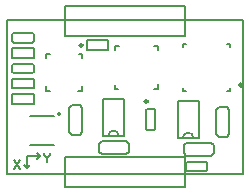
<source format=gto>
%FSLAX25Y25*%
%MOIN*%
G70*
G01*
G75*
%ADD10R,0.02756X0.03347*%
%ADD11R,0.03347X0.02756*%
%ADD12O,0.03543X0.01969*%
%ADD13O,0.03543X0.01969*%
%ADD14R,0.03543X0.01969*%
%ADD15R,0.02362X0.02362*%
%ADD16R,0.02200X0.01378*%
%ADD17O,0.01102X0.03937*%
%ADD18O,0.03937X0.01102*%
%ADD19R,0.05906X0.05906*%
%ADD20R,0.02362X0.02362*%
%ADD21O,0.02400X0.00800*%
%ADD22O,0.00800X0.02400*%
%ADD23O,0.02756X0.00787*%
%ADD24O,0.00787X0.02756*%
%ADD25C,0.00600*%
%ADD26C,0.01000*%
%ADD27C,0.02000*%
%ADD28C,0.00800*%
%ADD29C,0.01500*%
%ADD30C,0.00500*%
%ADD31C,0.05906*%
%ADD32C,0.02000*%
%ADD33C,0.00787*%
%ADD34C,0.00984*%
D30*
X37366Y-38562D02*
G03*
X33823Y-38562I-1772J0D01*
G01*
X62266Y-39262D02*
G03*
X58723Y-39262I-1772J0D01*
G01*
X31619Y-44665D02*
X39887D01*
X40674Y-43878D02*
Y-41122D01*
X30832Y-43878D02*
Y-41122D01*
X31619Y-40335D02*
X39887D01*
X30832Y-41122D02*
X31619Y-40335D01*
X30832Y-43878D02*
X31619Y-44665D01*
X39887D02*
X40674Y-43878D01*
X39887Y-40335D02*
X40674Y-41122D01*
X20835Y-37387D02*
Y-29119D01*
X21622Y-38174D02*
X24378D01*
X21622Y-28332D02*
X24378D01*
X25165Y-37387D02*
Y-29119D01*
X24378Y-28332D02*
X25165Y-29119D01*
X20835D02*
X21622Y-28332D01*
X20835Y-37387D02*
X21622Y-38174D01*
X24378D02*
X25165Y-37387D01*
X32051Y-38562D02*
Y-26357D01*
X39138D01*
X32051Y-38562D02*
X39138D01*
Y-26357D01*
X59913Y-40835D02*
X68181D01*
X59126Y-44378D02*
Y-41622D01*
X68968Y-44378D02*
Y-41622D01*
X59913Y-45165D02*
X68181D01*
X68968Y-44378D01*
X68181Y-40835D02*
X68968Y-41622D01*
X59126D02*
X59913Y-40835D01*
X59126Y-44378D02*
X59913Y-45165D01*
X56951Y-39262D02*
Y-27057D01*
X64038D01*
X56951Y-39262D02*
X64038D01*
Y-27057D01*
X26725Y-9875D02*
X33812D01*
X26725Y-6725D02*
X33812D01*
X26725Y-9875D02*
Y-6725D01*
X33812Y-9875D02*
Y-6725D01*
X8581Y-7475D02*
X8975Y-7081D01*
X8975D01*
X8581Y-4325D02*
X8975Y-4719D01*
X8975D01*
X1888Y-7081D02*
X2282Y-7475D01*
X1888Y-7081D02*
X1888D01*
X1888Y-4719D02*
X2282Y-4325D01*
X1888Y-4719D02*
Y-4719D01*
X2282Y-4325D02*
X8581D01*
X8975Y-7081D02*
Y-4719D01*
X2282Y-7475D02*
X8581D01*
X1888Y-7081D02*
Y-4719D01*
X8581Y-7475D02*
Y-7475D01*
X66418Y-50275D02*
X66812Y-49881D01*
X66812D01*
X66418Y-47125D02*
X66812Y-47519D01*
X66812D01*
X59725Y-49881D02*
X60119Y-50275D01*
X59725Y-49881D02*
X59725D01*
X59725Y-47519D02*
X60119Y-47125D01*
X59725Y-47519D02*
Y-47519D01*
X60119Y-47125D02*
X66418D01*
X66812Y-49881D02*
Y-47519D01*
X60119Y-50275D02*
X66418D01*
X59725Y-49881D02*
Y-47519D01*
X66418Y-50275D02*
Y-50275D01*
X7863Y-31879D02*
X15737D01*
X7863Y-41721D02*
X15737D01*
X36015Y-22885D02*
X37215D01*
X36015D02*
Y-21500D01*
Y-8515D02*
X37315D01*
X36015Y-10000D02*
Y-8515D01*
X48985D02*
X50385D01*
Y-10100D02*
Y-8515D01*
X48985Y-22887D02*
X50385D01*
Y-21400D01*
X1888Y-22775D02*
X8975D01*
X1888Y-19625D02*
X8975D01*
X1888Y-22775D02*
Y-19625D01*
X8975Y-22775D02*
Y-19625D01*
X1888Y-12575D02*
X8975D01*
X1888Y-9425D02*
X8975D01*
X1888Y-12575D02*
Y-9425D01*
X8975Y-12575D02*
Y-9425D01*
X1888Y-14919D02*
X2282Y-14525D01*
X1888Y-14919D02*
X1888D01*
Y-17281D02*
X2282Y-17675D01*
X1888Y-17281D02*
X1888D01*
X8581Y-14525D02*
X8975Y-14919D01*
X8975D01*
X8581Y-17675D02*
X8975Y-17281D01*
Y-17281D01*
X2282Y-17675D02*
X8581D01*
X1888Y-17281D02*
Y-14919D01*
X2282Y-14525D02*
X8581D01*
X8975Y-17281D02*
Y-14919D01*
X2282Y-14525D02*
Y-14525D01*
X49081Y-29488D02*
X49475Y-29882D01*
X49081Y-29488D02*
Y-29488D01*
X46325Y-29882D02*
X46719Y-29488D01*
Y-29488D01*
X49081Y-36575D02*
X49475Y-36181D01*
X49081Y-36575D02*
Y-36575D01*
X46325Y-36181D02*
X46719Y-36575D01*
X46719D01*
X46325Y-36181D02*
Y-29882D01*
X46719Y-29488D02*
X49081D01*
X49475Y-36181D02*
Y-29882D01*
X46719Y-36575D02*
X49081D01*
X49475Y-29882D02*
X49475D01*
X12998Y-12698D02*
Y-11298D01*
X14398D01*
X12998Y-23502D02*
Y-22102D01*
Y-23502D02*
X14398D01*
X25202D02*
Y-22102D01*
X23902Y-23502D02*
X25202D01*
Y-12498D02*
Y-11298D01*
X24002D02*
X25202D01*
X73500Y-23574D02*
X74474D01*
Y-22600D01*
X73500Y-7826D02*
X74474D01*
Y-8800D02*
Y-7826D01*
X58726Y-8800D02*
Y-7826D01*
X59700D01*
X58726Y-23574D02*
X59700D01*
X58726D02*
Y-22600D01*
X1888Y-24725D02*
X8975D01*
X1888Y-27875D02*
X8975D01*
Y-24725D01*
X1888Y-27875D02*
Y-24725D01*
X69835Y-38087D02*
Y-29819D01*
X70622Y-38874D02*
X73378D01*
X70622Y-29032D02*
X73378D01*
X74165Y-38087D02*
Y-29819D01*
X73378Y-29032D02*
X74165Y-29819D01*
X69835D02*
X70622Y-29032D01*
X69835Y-38087D02*
X70622Y-38874D01*
X73378D02*
X74165Y-38087D01*
X5800Y-48300D02*
X6800Y-49300D01*
X7800Y-48300D01*
X6800Y-49300D02*
Y-45300D01*
X11200D01*
X10200Y-46300D02*
X11200Y-45300D01*
X10200Y-44300D02*
X11200Y-45300D01*
X12400Y-44301D02*
Y-44801D01*
X13400Y-45801D01*
X14399Y-44801D01*
Y-44301D01*
X13400Y-45801D02*
Y-47300D01*
X2500Y-46701D02*
X4499Y-49700D01*
Y-46701D02*
X2500Y-49700D01*
X0Y-51181D02*
Y0D01*
Y-51181D02*
X78740D01*
Y0D01*
X0D02*
X78740D01*
D33*
X17800Y-31300D02*
G03*
X17800Y-31300I-394J0D01*
G01*
X59370Y-5200D02*
Y4800D01*
X19370Y-5200D02*
X59370D01*
X19370Y4800D02*
X59370D01*
X19370Y-5200D02*
Y4800D01*
X59370Y-55681D02*
Y-45681D01*
X19370Y-55681D02*
X59370D01*
X19370Y-45681D02*
X59370D01*
X19370Y-55681D02*
Y-45681D01*
D34*
X47000Y-27100D02*
G03*
X47000Y-27100I-500J0D01*
G01*
X25300Y-8400D02*
G03*
X25300Y-8400I-500J0D01*
G01*
X78509Y-21606D02*
G03*
X78509Y-21606I-492J0D01*
G01*
M02*

</source>
